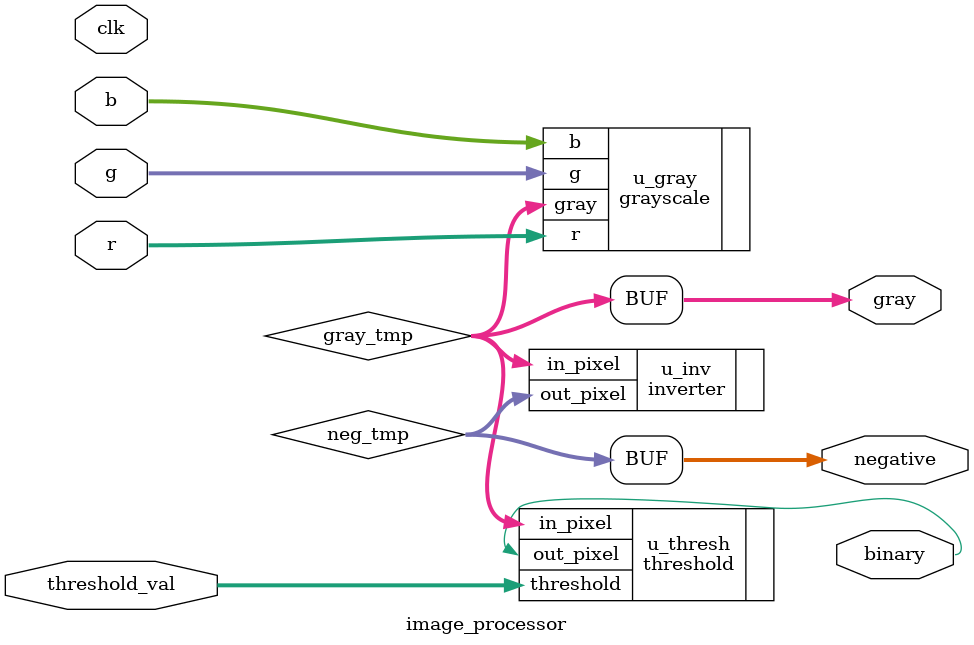
<source format=v>
module image_processor (
    input clk,
    input [7:0] r, g, b,
    input [7:0] threshold_val,
    output [7:0] gray,
    output [7:0] negative,
    output binary
);
    wire [7:0] gray_tmp;
    wire [7:0] neg_tmp;
    
    grayscale u_gray (.r(r), .g(g), .b(b), .gray(gray_tmp));
    inverter u_inv (.in_pixel(gray_tmp), .out_pixel(neg_tmp));
    threshold u_thresh (.in_pixel(gray_tmp), .threshold(threshold_val), .out_pixel(binary));
    
    assign gray = gray_tmp;
    assign negative = neg_tmp;
endmodule
</source>
